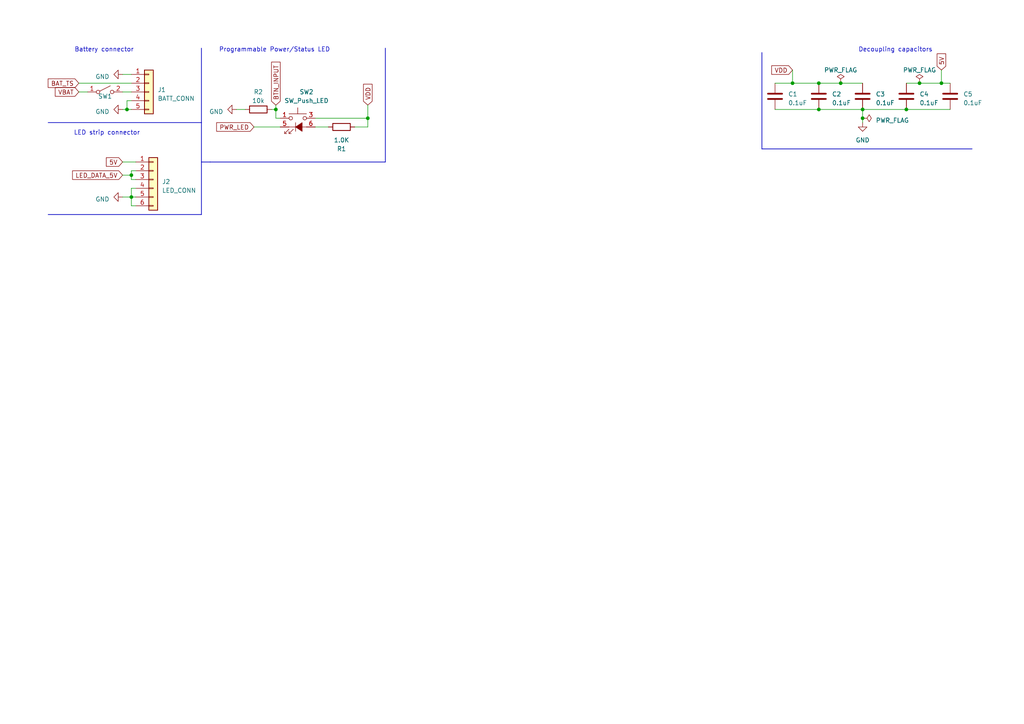
<source format=kicad_sch>
(kicad_sch (version 20230121) (generator eeschema)
  (paper "A4")
  (lib_symbols
    (symbol "Connector_Generic:Conn_01x05" (pin_names (offset 1.016) hide)
      (property "Reference" "J" (at 0 7.62 0))
      (property "Value" "Conn_01x05" (at 0 -7.62 0))
      (symbol "Conn_01x05_1_1"
        (rectangle (start -1.27 -4.953) (end 0 -5.207) (stroke (width 0.1524)))
        (rectangle (start -1.27 -2.413) (end 0 -2.667) (stroke (width 0.1524)))
        (rectangle (start -1.27 0.127) (end 0 -0.127) (stroke (width 0.1524)))
        (rectangle (start -1.27 2.667) (end 0 2.413) (stroke (width 0.1524)))
        (rectangle (start -1.27 5.207) (end 0 4.953) (stroke (width 0.1524)))
        (rectangle (start -1.27 6.35) (end 1.27 -6.35) (stroke (width 0.254)) (fill (type background)))
        (pin passive line (at -5.08 5.08 0) (length 3.81) (name "Pin_1") (number "1"))
        (pin passive line (at -5.08 2.54 0) (length 3.81) (name "Pin_2") (number "2"))
        (pin passive line (at -5.08 0 0) (length 3.81) (name "Pin_3") (number "3"))
        (pin passive line (at -5.08 -2.54 0) (length 3.81) (name "Pin_4") (number "4"))
        (pin passive line (at -5.08 -5.08 0) (length 3.81) (name "Pin_5") (number "5"))
      )
    )
    (symbol "Connector_Generic:Conn_01x06" (pin_names (offset 1.016) hide)
      (property "Reference" "J" (at 0 7.62 0))
      (property "Value" "Conn_01x06" (at 0 -10.16 0))
      (symbol "Conn_01x06_1_1"
        (rectangle (start -1.27 -7.493) (end 0 -7.747) (stroke (width 0.1524)))
        (rectangle (start -1.27 -4.953) (end 0 -5.207) (stroke (width 0.1524)))
        (rectangle (start -1.27 -2.413) (end 0 -2.667) (stroke (width 0.1524)))
        (rectangle (start -1.27 0.127) (end 0 -0.127) (stroke (width 0.1524)))
        (rectangle (start -1.27 2.667) (end 0 2.413) (stroke (width 0.1524)))
        (rectangle (start -1.27 5.207) (end 0 4.953) (stroke (width 0.1524)))
        (rectangle (start -1.27 6.35) (end 1.27 -8.89) (stroke (width 0.254)) (fill (type background)))
        (pin passive line (at -5.08 5.08 0) (length 3.81) (name "Pin_1") (number "1"))
        (pin passive line (at -5.08 2.54 0) (length 3.81) (name "Pin_2") (number "2"))
        (pin passive line (at -5.08 0 0) (length 3.81) (name "Pin_3") (number "3"))
        (pin passive line (at -5.08 -2.54 0) (length 3.81) (name "Pin_4") (number "4"))
        (pin passive line (at -5.08 -5.08 0) (length 3.81) (name "Pin_5") (number "5"))
        (pin passive line (at -5.08 -7.62 0) (length 3.81) (name "Pin_6") (number "6"))
      )
    )
    (symbol "Device:C" (pin_numbers hide) (pin_names (offset 0.254))
      (property "Reference" "C" (at 0.635 2.54 0))
      (property "Value" "C" (at 0.635 -2.54 0))
      (symbol "C_0_1"
        (polyline (pts (xy -2.032 -0.762) (xy 2.032 -0.762)) (stroke (width 0.508)))
        (polyline (pts (xy -2.032 0.762) (xy 2.032 0.762)) (stroke (width 0.508)))
      )
      (symbol "C_1_1"
        (pin passive line (at 0 3.81 270) (length 2.794) (name "~") (number "1"))
        (pin passive line (at 0 -3.81 90) (length 2.794) (name "~") (number "2"))
      )
    )
    (symbol "Device:R" (pin_numbers hide) (pin_names (offset 0))
      (property "Reference" "R" (at 2.032 0 90))
      (property "Value" "R" (at 0 0 90))
      (symbol "R_0_1"
        (rectangle (start -1.016 -2.54) (end 1.016 2.54) (stroke (width 0.254)))
      )
      (symbol "R_1_1"
        (pin passive line (at 0 3.81 270) (length 1.27) (name "~") (number "1"))
        (pin passive line (at 0 -3.81 90) (length 1.27) (name "~") (number "2"))
      )
    )
    (symbol "Switch:SW_Push_LED" (pin_names (offset 1.016) hide)
      (property "Reference" "SW2" (at 0 6.35 0))
      (property "Value" "SW_Push_LED" (at 0 3.81 0))
      (symbol "SW_Push_LED_0_0"
        (polyline (pts (xy -3.81 -1.905) (xy -2.54 -0.635)))
        (polyline (pts (xy -2.54 -1.905) (xy -1.27 -0.635)))
        (polyline (pts (xy -2.54 0) (xy 2.54 0)))
        (polyline (pts (xy -0.635 1.27) (xy -0.635 -1.27)))
        (polyline (pts (xy -3.81 -1.27) (xy -3.81 -1.905) (xy -3.175 -1.905)))
        (polyline (pts (xy -2.54 -1.27) (xy -2.54 -1.905) (xy -1.905 -1.905)))
        (polyline (pts (xy -0.635 0) (xy 1.27 1.27) (xy 1.27 -1.27) (xy -0.635 0)) (fill (type outline)))
      )
      (symbol "SW_Push_LED_0_1"
        (circle (center -2.032 2.54) (radius 0.508))
        (polyline (pts (xy 0 3.81) (xy 0 5.588)))
        (polyline (pts (xy 2.54 3.81) (xy -2.54 3.81)))
        (circle (center 2.032 2.54) (radius 0.508))
        (pin passive line (at -5.08 2.54 0) (length 2.54) (name "1") (number "1"))
        (pin passive line (at 5.08 2.54 180) (length 2.54) (name "3") (number "3"))
        (pin passive line (at -5.08 0 0) (length 2.54) (name "K") (number "5"))
        (pin passive line (at 5.08 0 180) (length 2.54) (name "A") (number "6"))
      )
    )
    (symbol "Switch:SW_SPST" (pin_names (offset 0) hide)
      (property "Reference" "SW" (at 0 3.175 0))
      (property "Value" "SW_SPST" (at 0 -2.54 0))
      (symbol "SW_SPST_0_0"
        (circle (center -2.032 0) (radius 0.508))
        (polyline (pts (xy -1.524 0.254) (xy 1.524 1.778)))
        (circle (center 2.032 0) (radius 0.508))
      )
      (symbol "SW_SPST_1_1"
        (pin passive line (at -5.08 0 0) (length 2.54) (name "A") (number "1"))
        (pin passive line (at 5.08 0 180) (length 2.54) (name "B") (number "2"))
      )
    )
    (symbol "power:GND" (power) (pin_names (offset 0))
      (property "Value" "GND" (at 0 -3.81 0))
      (symbol "GND_0_1"
        (polyline (pts (xy 0 0) (xy 0 -1.27) (xy 1.27 -1.27) (xy 0 -2.54) (xy -1.27 -1.27) (xy 0 -1.27)))
      )
      (symbol "GND_1_1"
        (pin power_in line (at 0 0 270) (length 0) hide (name "GND") (number "1"))
      )
    )
    (symbol "power:PWR_FLAG" (power) (pin_numbers hide) (pin_names (offset 0) hide)
      (property "Value" "PWR_FLAG" (at 0 3.81 0))
      (symbol "PWR_FLAG_0_0"
        (pin power_out line (at 0 0 90) (length 0) (name "pwr") (number "1"))
      )
      (symbol "PWR_FLAG_0_1"
        (polyline (pts (xy 0 0) (xy 0 1.27) (xy -1.016 1.905) (xy 0 2.54) (xy 1.016 1.905) (xy 0 1.27)))
      )
    )
  )
  (junction (at 106.68 34.29))
  (junction (at 262.89 31.75))
  (junction (at 38.1 57.15))
  (junction (at 273.05 24.13))
  (junction (at 237.49 31.75))
  (junction (at 237.49 24.13))
  (junction (at 266.7 24.13))
  (junction (at 80.01 31.75))
  (junction (at 250.19 31.75))
  (junction (at 250.19 34.29))
  (junction (at 243.84 24.13))
  (junction (at 38.1 50.8))
  (junction (at 36.83 31.75))
  (junction (at 229.87 24.13))
  (wire (pts (xy 237.49 24.13) (xy 243.84 24.13)))
  (polyline (pts (xy 60.96 46.99) (xy 111.76 46.99)) (stroke (width 0.2)))
  (polyline (pts (xy 111.76 13.97) (xy 111.76 46.99)) (stroke (width 0.2)))
  (wire (pts (xy 68.58 31.75) (xy 71.12 31.75)))
  (wire (pts (xy 38.1 59.69) (xy 38.1 57.15)))
  (wire (pts (xy 80.01 31.75) (xy 80.01 34.29)))
  (wire (pts (xy 35.56 50.8) (xy 38.1 50.8)))
  (wire (pts (xy 35.56 46.99) (xy 39.37 46.99)))
  (wire (pts (xy 106.68 34.29) (xy 91.44 34.29)))
  (wire (pts (xy 250.19 31.75) (xy 250.19 34.29)))
  (wire (pts (xy 80.01 34.29) (xy 81.28 34.29)))
  (wire (pts (xy 262.89 24.13) (xy 266.7 24.13)))
  (wire (pts (xy 78.74 31.75) (xy 80.01 31.75)))
  (wire (pts (xy 38.1 50.8) (xy 38.1 52.07)))
  (wire (pts (xy 38.1 29.21) (xy 36.83 29.21)))
  (wire (pts (xy 106.68 30.48) (xy 106.68 34.29)))
  (wire (pts (xy 38.1 57.15) (xy 35.56 57.15)))
  (wire (pts (xy 39.37 54.61) (xy 38.1 54.61)))
  (wire (pts (xy 80.01 30.48) (xy 80.01 31.75)))
  (wire (pts (xy 35.56 26.67) (xy 38.1 26.67)))
  (wire (pts (xy 22.86 24.13) (xy 38.1 24.13)))
  (wire (pts (xy 224.79 31.75) (xy 237.49 31.75)))
  (wire (pts (xy 36.83 31.75) (xy 38.1 31.75)))
  (wire (pts (xy 38.1 57.15) (xy 39.37 57.15)))
  (polyline (pts (xy 58.42 35.56) (xy 58.42 62.23)) (stroke (width 0.2)))
  (wire (pts (xy 38.1 54.61) (xy 38.1 57.15)))
  (wire (pts (xy 229.87 24.13) (xy 237.49 24.13)))
  (wire (pts (xy 243.84 24.13) (xy 250.19 24.13)))
  (wire (pts (xy 38.1 49.53) (xy 38.1 50.8)))
  (wire (pts (xy 262.89 31.75) (xy 275.59 31.75)))
  (wire (pts (xy 22.86 26.67) (xy 25.4 26.67)))
  (polyline (pts (xy 58.42 13.97) (xy 58.42 35.56)) (stroke (width 0.2)))
  (wire (pts (xy 229.87 20.32) (xy 229.87 24.13)))
  (wire (pts (xy 73.66 36.83) (xy 81.28 36.83)))
  (wire (pts (xy 250.19 35.56) (xy 250.19 34.29)))
  (wire (pts (xy 273.05 24.13) (xy 275.59 24.13)))
  (wire (pts (xy 39.37 49.53) (xy 38.1 49.53)))
  (wire (pts (xy 35.56 31.75) (xy 36.83 31.75)))
  (polyline (pts (xy 220.98 43.18) (xy 281.94 43.18)) (stroke (width 0.2)))
  (polyline (pts (xy 13.97 62.23) (xy 58.42 62.23)) (stroke (width 0.2)))
  (polyline (pts (xy 58.42 46.99) (xy 60.96 46.99)) (stroke (width 0.2)))
  (wire (pts (xy 224.79 24.13) (xy 229.87 24.13)))
  (wire (pts (xy 91.44 36.83) (xy 95.25 36.83)))
  (wire (pts (xy 266.7 24.13) (xy 273.05 24.13)))
  (polyline (pts (xy 220.98 15.24) (xy 220.98 43.18)) (stroke (width 0.2)))
  (wire (pts (xy 35.56 21.59) (xy 38.1 21.59)))
  (polyline (pts (xy 13.97 35.56) (xy 58.42 35.56)) (stroke (width 0.2)))
  (wire (pts (xy 102.87 36.83) (xy 106.68 36.83)))
  (wire (pts (xy 36.83 29.21) (xy 36.83 31.75)))
  (wire (pts (xy 250.19 31.75) (xy 262.89 31.75)))
  (wire (pts (xy 237.49 31.75) (xy 250.19 31.75)))
  (wire (pts (xy 39.37 59.69) (xy 38.1 59.69)))
  (wire (pts (xy 106.68 34.29) (xy 106.68 36.83)))
  (wire (pts (xy 273.05 20.32) (xy 273.05 24.13)))
  (wire (pts (xy 38.1 52.07) (xy 39.37 52.07)))
  (text "Decoupling capacitors" (at 270.51 15.24 0) (effects (font (size 1.27 1.27)) (justify right bottom)))
  (text "Programmable Power/Status LED\n" (at 63.5 15.24 0) (effects (font (size 1.27 1.27)) (justify left bottom)))
  (text "Battery connector" (at 21.59 15.24 0) (effects (font (size 1.27 1.27)) (justify left bottom)))
  (text "LED strip connector" (at 40.64 39.37 0) (effects (font (size 1.27 1.27)) (justify right bottom)))
  (global_label "LED_DATA_5V" (shape input) (at 35.56 50.8 180) (property "Intersheetrefs" "${INTERSHEET_REFS}" (effects hide)))
  (global_label "BAT_TS" (shape input) (at 22.86 24.13 180) (property "Intersheetrefs" "${INTERSHEET_REFS}" (effects hide)))
  (global_label "VDD" (shape input) (at 106.68 30.48 90) (property "Intersheetrefs" "${INTERSHEET_REFS}" (effects hide)))
  (global_label "VBAT" (shape input) (at 22.86 26.67 180) (property "Intersheetrefs" "${INTERSHEET_REFS}" (effects hide)))
  (global_label "5V" (shape input) (at 35.56 46.99 180) (property "Intersheetrefs" "${INTERSHEET_REFS}" (effects hide)))
  (global_label "VDD" (shape input) (at 229.87 20.32 180) (property "Intersheetrefs" "${INTERSHEET_REFS}" (effects hide)))
  (global_label "5V" (shape input) (at 273.05 20.32 90) (property "Intersheetrefs" "${INTERSHEET_REFS}" (effects hide)))
  (global_label "BTN_INPUT" (shape input) (at 80.01 30.48 90) (property "Intersheetrefs" "${INTERSHEET_REFS}" (effects hide)))
  (global_label "PWR_LED" (shape input) (at 73.66 36.83 180) (property "Intersheetrefs" "${INTERSHEET_REFS}" (effects hide)))
  (symbol (lib_id "Switch:SW_Push_LED") (at 86.36 36.83 0) (unit 1)
    (property "Reference" "SW2" (at 88.9 26.67 0))
    (property "Value" "SW_Push_LED" (at 88.9 29.21 0))
    (property "Footprint" "footprints.pretty:SW-SMD_CHA_C603B-101ML-1SF" (effects hide))
  )
  (symbol (lib_id "Device:C") (at 250.19 27.94 180) (unit 1)
    (property "Reference" "C3" (at 254 27.305 0) (effects (justify right)))
    (property "Value" "0.1uF" (at 254 29.845 0) (effects (justify right)))
  )
  (symbol (lib_id "power:PWR_FLAG") (at 266.7 24.13 0) (unit 1)
    (property "Reference" "#FLG03" (effects hide))
    (property "Value" "PWR_FLAG" (at 266.7 20.32 0))
  )
  (symbol (lib_id "power:PWR_FLAG") (at 250.19 34.29 270) (unit 1)
    (property "Reference" "#FLG02" (effects hide))
    (property "Value" "PWR_FLAG" (at 254 34.925 90) (effects (justify left)))
  )
  (symbol (lib_id "power:GND") (at 35.56 31.75 270) (unit 1)
    (property "Reference" "#PWR03" (effects hide))
    (property "Value" "GND" (at 31.75 32.385 90) (effects (justify right)))
  )
  (symbol (lib_id "Device:R") (at 99.06 36.83 90) (unit 1)
    (property "Reference" "R1" (at 99.06 43.18 90))
    (property "Value" "1.0K" (at 99.06 40.64 90))
    (property "Footprint" "Resistor_SMD:R_0402_1005Metric" (effects hide))
  )
  (symbol (lib_id "Device:C") (at 262.89 27.94 180) (unit 1)
    (property "Reference" "C4" (at 266.7 27.305 0) (effects (justify right)))
    (property "Value" "0.1uF" (at 266.7 29.845 0) (effects (justify right)))
  )
  (symbol (lib_id "Connector_Generic:Conn_01x05") (at 43.18 26.67 0) (unit 1)
    (property "Reference" "J1" (at 45.72 26.035 0) (effects (justify left)))
    (property "Value" "BATT_CONN" (at 45.72 28.575 0) (effects (justify left)))
    (property "Footprint" "hirosedf65:DF65-3P-1.7V21" (effects hide))
  )
  (symbol (lib_id "Device:C") (at 224.79 27.94 180) (unit 1)
    (property "Reference" "C1" (at 228.6 27.305 0) (effects (justify right)))
    (property "Value" "0.1uF" (at 228.6 29.845 0) (effects (justify right)))
  )
  (symbol (lib_id "power:GND") (at 35.56 21.59 270) (unit 1)
    (property "Reference" "#PWR02" (effects hide))
    (property "Value" "GND" (at 31.75 22.225 90) (effects (justify right)))
  )
  (symbol (lib_id "power:GND") (at 250.19 35.56 0) (unit 1)
    (property "Reference" "#PWR01" (effects hide))
    (property "Value" "GND" (at 250.19 40.64 0))
  )
  (symbol (lib_id "Device:C") (at 237.49 27.94 180) (unit 1)
    (property "Reference" "C2" (at 241.3 27.305 0) (effects (justify right)))
    (property "Value" "0.1uF" (at 241.3 29.845 0) (effects (justify right)))
  )
  (symbol (lib_id "power:GND") (at 35.56 57.15 270) (unit 1)
    (property "Reference" "#PWR04" (effects hide))
    (property "Value" "GND" (at 31.75 57.785 90) (effects (justify right)))
  )
  (symbol (lib_id "power:PWR_FLAG") (at 243.84 24.13 0) (unit 1)
    (property "Reference" "#FLG01" (effects hide))
    (property "Value" "PWR_FLAG" (at 243.84 20.32 0))
  )
  (symbol (lib_id "Connector_Generic:Conn_01x06") (at 44.45 52.07 0) (unit 1)
    (property "Reference" "J2" (at 46.99 52.705 0) (effects (justify left)))
    (property "Value" "LED_CONN" (at 46.99 55.245 0) (effects (justify left)))
    (property "Footprint" "jstpa:CONN-SMD_SM04B-PASS-TBT-LF-SN" (effects hide))
  )
  (symbol (lib_id "Switch:SW_SPST") (at 30.48 26.67 0) (unit 1)
    (property "Reference" "SW1" (at 30.48 27.94 0))
    (property "Value" "SW_SPST" (effects hide))
  )
  (symbol (lib_id "Device:R") (at 74.93 31.75 90) (unit 1)
    (property "Reference" "R2" (at 74.93 26.67 90))
    (property "Value" "10k" (at 74.93 29.21 90))
  )
  (symbol (lib_id "Device:C") (at 275.59 27.94 180) (unit 1)
    (property "Reference" "C5" (at 279.4 27.305 0) (effects (justify right)))
    (property "Value" "0.1uF" (at 279.4 29.845 0) (effects (justify right)))
  )
  (symbol (lib_id "power:GND") (at 68.58 31.75 270) (unit 1)
    (property "Reference" "#PWR05" (effects hide))
    (property "Value" "GND" (at 64.77 32.385 90) (effects (justify right)))
  )
)
</source>
